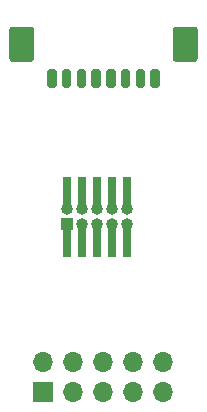
<source format=gbr>
%TF.GenerationSoftware,KiCad,Pcbnew,5.1.10*%
%TF.CreationDate,2021-08-07T23:12:06+02:00*%
%TF.ProjectId,debugconn-2side,64656275-6763-46f6-9e6e-2d3273696465,rev?*%
%TF.SameCoordinates,Original*%
%TF.FileFunction,Soldermask,Top*%
%TF.FilePolarity,Negative*%
%FSLAX46Y46*%
G04 Gerber Fmt 4.6, Leading zero omitted, Abs format (unit mm)*
G04 Created by KiCad (PCBNEW 5.1.10) date 2021-08-07 23:12:06*
%MOMM*%
%LPD*%
G01*
G04 APERTURE LIST*
%ADD10O,1.000000X1.000000*%
%ADD11R,1.000000X1.000000*%
%ADD12R,0.740000X2.790000*%
%ADD13R,1.700000X1.700000*%
%ADD14O,1.700000X1.700000*%
G04 APERTURE END LIST*
D10*
%TO.C,J2*%
X162052000Y-69596000D03*
X162052000Y-70866000D03*
X160782000Y-69596000D03*
X160782000Y-70866000D03*
X159512000Y-69596000D03*
X159512000Y-70866000D03*
X158242000Y-69596000D03*
X158242000Y-70866000D03*
X156972000Y-69596000D03*
D11*
X156972000Y-70866000D03*
%TD*%
D12*
%TO.C,J2alt*%
X162052000Y-68196000D03*
X162052000Y-72266000D03*
X160782000Y-68196000D03*
X160782000Y-72266000D03*
X159512000Y-68196000D03*
X159512000Y-72266000D03*
X158242000Y-68196000D03*
X158242000Y-72266000D03*
X156972000Y-68196000D03*
X156972000Y-72266000D03*
%TD*%
%TO.C,J3*%
G36*
G01*
X154145000Y-54383900D02*
X154145000Y-56884100D01*
G75*
G02*
X153895100Y-57134000I-249900J0D01*
G01*
X152294900Y-57134000D01*
G75*
G02*
X152045000Y-56884100I0J249900D01*
G01*
X152045000Y-54383900D01*
G75*
G02*
X152294900Y-54134000I249900J0D01*
G01*
X153895100Y-54134000D01*
G75*
G02*
X154145000Y-54383900I0J-249900D01*
G01*
G37*
G36*
G01*
X167995000Y-54383900D02*
X167995000Y-56884100D01*
G75*
G02*
X167745100Y-57134000I-249900J0D01*
G01*
X166144900Y-57134000D01*
G75*
G02*
X165895000Y-56884100I0J249900D01*
G01*
X165895000Y-54383900D01*
G75*
G02*
X166144900Y-54134000I249900J0D01*
G01*
X167745100Y-54134000D01*
G75*
G02*
X167995000Y-54383900I0J-249900D01*
G01*
G37*
G36*
G01*
X156045000Y-57934000D02*
X156045000Y-59134000D01*
G75*
G02*
X155845000Y-59334000I-200000J0D01*
G01*
X155445000Y-59334000D01*
G75*
G02*
X155245000Y-59134000I0J200000D01*
G01*
X155245000Y-57934000D01*
G75*
G02*
X155445000Y-57734000I200000J0D01*
G01*
X155845000Y-57734000D01*
G75*
G02*
X156045000Y-57934000I0J-200000D01*
G01*
G37*
G36*
G01*
X157295000Y-57934000D02*
X157295000Y-59134000D01*
G75*
G02*
X157095000Y-59334000I-200000J0D01*
G01*
X156695000Y-59334000D01*
G75*
G02*
X156495000Y-59134000I0J200000D01*
G01*
X156495000Y-57934000D01*
G75*
G02*
X156695000Y-57734000I200000J0D01*
G01*
X157095000Y-57734000D01*
G75*
G02*
X157295000Y-57934000I0J-200000D01*
G01*
G37*
G36*
G01*
X158545000Y-57934000D02*
X158545000Y-59134000D01*
G75*
G02*
X158345000Y-59334000I-200000J0D01*
G01*
X157945000Y-59334000D01*
G75*
G02*
X157745000Y-59134000I0J200000D01*
G01*
X157745000Y-57934000D01*
G75*
G02*
X157945000Y-57734000I200000J0D01*
G01*
X158345000Y-57734000D01*
G75*
G02*
X158545000Y-57934000I0J-200000D01*
G01*
G37*
G36*
G01*
X159795000Y-57934000D02*
X159795000Y-59134000D01*
G75*
G02*
X159595000Y-59334000I-200000J0D01*
G01*
X159195000Y-59334000D01*
G75*
G02*
X158995000Y-59134000I0J200000D01*
G01*
X158995000Y-57934000D01*
G75*
G02*
X159195000Y-57734000I200000J0D01*
G01*
X159595000Y-57734000D01*
G75*
G02*
X159795000Y-57934000I0J-200000D01*
G01*
G37*
G36*
G01*
X161045000Y-57934000D02*
X161045000Y-59134000D01*
G75*
G02*
X160845000Y-59334000I-200000J0D01*
G01*
X160445000Y-59334000D01*
G75*
G02*
X160245000Y-59134000I0J200000D01*
G01*
X160245000Y-57934000D01*
G75*
G02*
X160445000Y-57734000I200000J0D01*
G01*
X160845000Y-57734000D01*
G75*
G02*
X161045000Y-57934000I0J-200000D01*
G01*
G37*
G36*
G01*
X162295000Y-57934000D02*
X162295000Y-59134000D01*
G75*
G02*
X162095000Y-59334000I-200000J0D01*
G01*
X161695000Y-59334000D01*
G75*
G02*
X161495000Y-59134000I0J200000D01*
G01*
X161495000Y-57934000D01*
G75*
G02*
X161695000Y-57734000I200000J0D01*
G01*
X162095000Y-57734000D01*
G75*
G02*
X162295000Y-57934000I0J-200000D01*
G01*
G37*
G36*
G01*
X163545000Y-57934000D02*
X163545000Y-59134000D01*
G75*
G02*
X163345000Y-59334000I-200000J0D01*
G01*
X162945000Y-59334000D01*
G75*
G02*
X162745000Y-59134000I0J200000D01*
G01*
X162745000Y-57934000D01*
G75*
G02*
X162945000Y-57734000I200000J0D01*
G01*
X163345000Y-57734000D01*
G75*
G02*
X163545000Y-57934000I0J-200000D01*
G01*
G37*
G36*
G01*
X164795000Y-57934000D02*
X164795000Y-59134000D01*
G75*
G02*
X164595000Y-59334000I-200000J0D01*
G01*
X164195000Y-59334000D01*
G75*
G02*
X163995000Y-59134000I0J200000D01*
G01*
X163995000Y-57934000D01*
G75*
G02*
X164195000Y-57734000I200000J0D01*
G01*
X164595000Y-57734000D01*
G75*
G02*
X164795000Y-57934000I0J-200000D01*
G01*
G37*
%TD*%
D13*
%TO.C,J1*%
X154940000Y-85090000D03*
D14*
X154940000Y-82550000D03*
X157480000Y-85090000D03*
X157480000Y-82550000D03*
X160020000Y-85090000D03*
X160020000Y-82550000D03*
X162560000Y-85090000D03*
X162560000Y-82550000D03*
X165100000Y-85090000D03*
X165100000Y-82550000D03*
%TD*%
M02*

</source>
